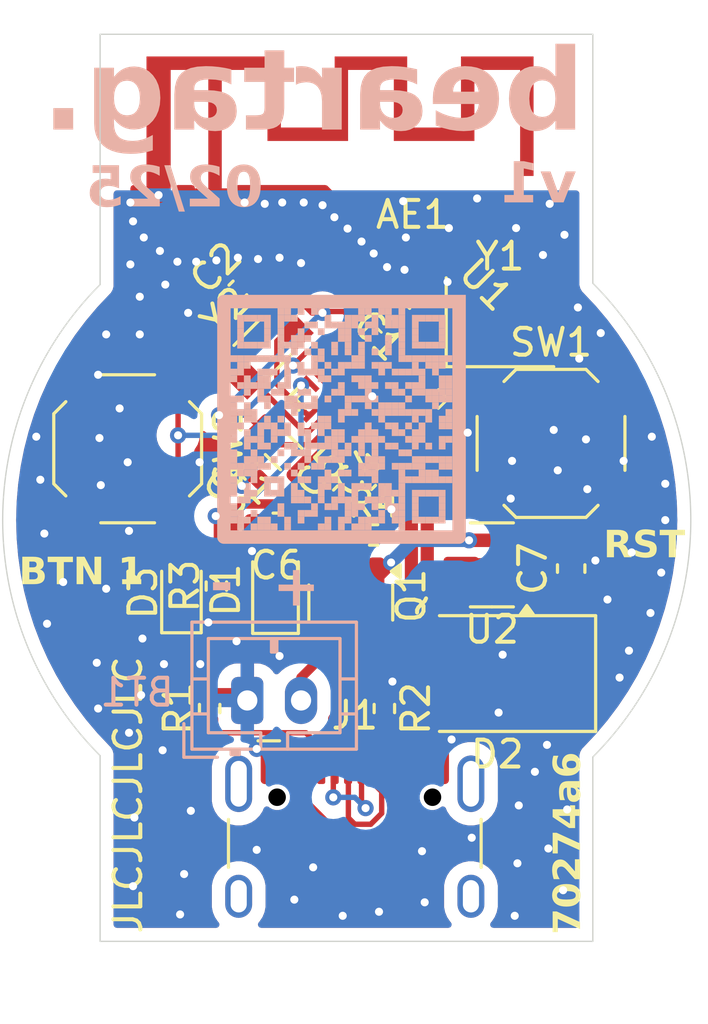
<source format=kicad_pcb>
(kicad_pcb (version 20240108) (generator "pcbnew") (generator_version "8.0")
  (layers (0 "F.Cu" signal) (31 "B.Cu" signal) (34 "B.Paste" user) (35 "F.Paste" user) (36 "B.SilkS" user "B.Silkscreen") (37 "F.SilkS" user "F.Silkscreen") (38 "B.Mask" user) (39 "F.Mask" user) (44 "Edge.Cuts" user))
  (net 0 "")
  (net 1 "ANT")
  (net 2 "GND")
  (net 3 "+BATT")
  (net 4 "Net-(U1-VINTA)")
  (net 5 "VICIA")
  (net 6 "VBUS")
  (net 7 "+5V")
  (net 8 "Net-(D3-A)")
  (net 9 "Net-(J1-CC2)")
  (net 11 "Net-(J1-CC1)")
  (net 12 "D-")
  (net 14 "D+")
  (net 17 "Net-(U1-VSW)")
  (net 18 "LED")
  (net 19 "RST")
  (net 20 "BTN1")
  (net 22 "+3.3V")
  (net 26 "X32KI")
  (net 32 "X32KO")
  (net 33 "X32MO")
  (net 34 "X32MI")
  (footprint "Inductor_SMD:L_0805_2012Metric" (layer "F.Cu") (at 27.15 49.15 135)
    (property "Reference" "L1" (at 0 -1.550001 135) (layer "F.SilkS"))
    (property "Value" "22 uH")
    (pad "1" smd roundrect (at -1.0625 0 135) (size 0.875 1.2) (layers "F.Cu" "F.Paste" "F.Mask") (net 17 "Net-(U1-VSW)"))
    (pad "2" smd roundrect (at 1.0625 0 135) (size 0.875 1.2) (layers "F.Cu" "F.Paste" "F.Mask") (net 5 "VICIA"))
  )
  (footprint "Package_TO_SOT_SMD:SOT-23-3" (layer "F.Cu") (at 34.9 53.3625 180)
    (property "Reference" "U2" (at 0 -2.4 0) (layer "F.SilkS"))
    (property "Value" "XC6206P332MR")
    (pad "1" smd roundrect (at -1.1375 -0.95 180) (size 1.325 0.6) (layers "F.Cu" "F.Paste" "F.Mask") (net 2 "GND"))
    (pad "2" smd roundrect (at -1.1375 0.95 180) (size 1.325 0.6) (layers "F.Cu" "F.Paste" "F.Mask") (net 6 "VBUS"))
    (pad "3" smd roundrect (at 1.1375 0 180) (size 1.325 0.6) (layers "F.Cu" "F.Paste" "F.Mask") (net 7 "+5V"))
  )
  (footprint "Button_Switch_SMD:SW_Push_1P1T_XKB_TS-1187A" (layer "F.Cu") (at 37.1 48.85)
    (property "Reference" "SW1" (at 0 -3.75 0) (layer "F.SilkS"))
    (property "Value" "SW_Push")
    (pad "1" smd rect (at -3 -1.875) (size 1 0.75) (layers "F.Cu" "F.Paste" "F.Mask") (net 19 "RST"))
    (pad "1" smd rect (at 3 -1.875) (size 1 0.75) (layers "F.Cu" "F.Paste" "F.Mask") (net 19 "RST"))
    (pad "2" smd rect (at -3 1.875) (size 1 0.75) (layers "F.Cu" "F.Paste" "F.Mask") (net 2 "GND"))
    (pad "2" smd rect (at 3 1.875) (size 1 0.75) (layers "F.Cu" "F.Paste" "F.Mask") (net 2 "GND"))
  )
  (footprint "lcsc:QFN-28_L4.0-W4.0-P0.40-BL-EP2.7" (layer "F.Cu") (at 30.434315 47.2 -45)
    (property "Reference" "U1" (at 0 -6 135) (layer "F.SilkS"))
    (property "Value" "CH571F")
    (pad "1" smd rect (at -1.200001 2 315) (size 0.2 0.7) (layers "F.Cu" "F.Paste" "F.Mask") (net 32 "X32KO"))
    (pad "2" smd rect (at -0.8 2 315) (size 0.2 0.7) (layers "F.Cu" "F.Paste" "F.Mask") (net 26 "X32KI"))
    (pad "3" smd rect (at -0.4 2 315) (size 0.2 0.7) (layers "F.Cu" "F.Paste" "F.Mask") (net 5 "VICIA"))
    (pad "4" smd rect (at 0 2.000001 315) (size 0.2 0.7) (layers "F.Cu" "F.Paste" "F.Mask") (net 17 "Net-(U1-VSW)"))
    (pad "5" smd rect (at 0.4 2 315) (size 0.2 0.7) (layers "F.Cu" "F.Paste" "F.Mask") (net 22 "+3.3V"))
    (pad "6" smd rect (at 0.8 2 315) (size 0.2 0.7) (layers "F.Cu" "F.Paste" "F.Mask"))
    (pad "7" smd rect (at 1.200001 2 315) (size 0.2 0.7) (layers "F.Cu" "F.Paste" "F.Mask"))
    (pad "8" smd rect (at 2 1.200001 315) (size 0.7 0.2) (layers "F.Cu" "F.Paste" "F.Mask"))
    (pad "9" smd rect (at 2 0.8 315) (size 0.7 0.2) (layers "F.Cu" "F.Paste" "F.Mask"))
    (pad "10" smd rect (at 2 0.4 315) (size 0.7 0.2) (layers "F.Cu" "F.Paste" "F.Mask"))
    (pad "11" smd rect (at 2.000001 0 315) (size 0.7 0.2) (layers "F.Cu" "F.Paste" "F.Mask"))
    (pad "12" smd rect (at 2 -0.4 315) (size 0.7 0.2) (layers "F.Cu" "F.Paste" "F.Mask") (net 14 "D+"))
    (pad "13" smd rect (at 2 -0.8 315) (size 0.7 0.2) (layers "F.Cu" "F.Paste" "F.Mask") (net 12 "D-"))
    (pad "14" smd rect (at 2 -1.200001 315) (size 0.7 0.2) (layers "F.Cu" "F.Paste" "F.Mask"))
    (pad "15" smd rect (at 1.200001 -2 315) (size 0.2 0.7) (layers "F.Cu" "F.Paste" "F.Mask"))
    (pad "16" smd rect (at 0.8 -2 315) (size 0.2 0.7) (layers "F.Cu" "F.Paste" "F.Mask") (net 19 "RST"))
    (pad "17" smd rect (at 0.4 -2 315) (size 0.2 0.7) (layers "F.Cu" "F.Paste" "F.Mask"))
    (pad "18" smd rect (at 0 -2.000001 315) (size 0.2 0.7) (layers "F.Cu" "F.Paste" "F.Mask") (net 33 "X32MO"))
    (pad "19" smd rect (at -0.4 -2 315) (size 0.2 0.7) (layers "F.Cu" "F.Paste" "F.Mask") (net 34 "X32MI"))
    (pad "20" smd rect (at -0.8 -2 315) (size 0.2 0.7) (layers "F.Cu" "F.Paste" "F.Mask") (net 4 "Net-(U1-VINTA)"))
    (pad "21" smd rect (at -1.200001 -2 315) (size 0.2 0.7) (layers "F.Cu" "F.Paste" "F.Mask") (net 1 "ANT"))
    (pad "22" smd rect (at -2 -1.200001 315) (size 0.7 0.2) (layers "F.Cu" "F.Paste" "F.Mask") (net 5 "VICIA"))
    (pad "23" smd rect (at -2 -0.8 315) (size 0.7 0.2) (layers "F.Cu" "F.Paste" "F.Mask"))
    (pad "24" smd rect (at -2 -0.4 315) (size 0.7 0.2) (layers "F.Cu" "F.Paste" "F.Mask"))
    (pad "25" smd rect (at -2.000001 0 315) (size 0.7 0.2) (layers "F.Cu" "F.Paste" "F.Mask") (net 20 "BTN1"))
    (pad "26" smd rect (at -2 0.4 315) (size 0.7 0.2) (layers "F.Cu" "F.Paste" "F.Mask"))
    (pad "27" smd rect (at -2 0.8 315) (size 0.7 0.2) (layers "F.Cu" "F.Paste" "F.Mask"))
    (pad "28" smd rect (at -2 1.200001 315) (size 0.7 0.2) (layers "F.Cu" "F.Paste" "F.Mask") (net 18 "LED"))
    (pad "29" smd rect (at 0 0 315) (size 2.7 2.7) (layers "F.Cu" "F.Paste" "F.Mask") (net 2 "GND"))
  )
  (footprint "Resistor_SMD:R_0402_1005Metric" (layer "F.Cu") (at 24.65 54.15 90)
    (property "Reference" "R3" (at 0 -1.17 90) (layer "F.SilkS"))
    (property "Value" "5K1")
    (pad "1" smd roundrect (at -0.51 0 90) (size 0.54 0.64) (layers "F.Cu" "F.Paste" "F.Mask") (net 8 "Net-(D3-A)"))
    (pad "2" smd roundrect (at 0.51 0 90) (size 0.54 0.64) (layers "F.Cu" "F.Paste" "F.Mask") (net 18 "LED"))
  )
  (footprint "Package_TO_SOT_SMD:SOT-23" (layer "F.Cu") (at 29.65 54.7625 -90)
    (property "Reference" "Q1" (at -0.25 -2.25 90) (layer "F.SilkS"))
    (property "Value" "AO3401A")
    (pad "1" smd roundrect (at -0.9375 -0.95 270) (size 1.475 0.6) (layers "F.Cu" "F.Paste" "F.Mask") (net 6 "VBUS"))
    (pad "2" smd roundrect (at -0.9375 0.95 270) (size 1.475 0.6) (layers "F.Cu" "F.Paste" "F.Mask") (net 22 "+3.3V"))
    (pad "3" smd roundrect (at 0.9375 0 270) (size 1.475 0.6) (layers "F.Cu" "F.Paste" "F.Mask") (net 3 "+BATT"))
  )
  (footprint "Capacitor_SMD:C_0603_1608Metric" (layer "F.Cu") (at 26.9 51.95 180)
    (property "Reference" "C6" (at 0 -1.43 0) (layer "F.SilkS"))
    (property "Value" "10 uF")
    (pad "1" smd roundrect (at -0.775 0 180) (size 0.9 0.95) (layers "F.Cu" "F.Paste" "F.Mask") (net 6 "VBUS"))
    (pad "2" smd roundrect (at 0.775 0 180) (size 0.9 0.95) (layers "F.Cu" "F.Paste" "F.Mask") (net 2 "GND"))
  )
  (footprint "Capacitor_SMD:C_0402_1005Metric" (layer "F.Cu") (at 25.9 49.85 135)
    (property "Reference" "C3" (at 0 -1.16 135) (layer "F.SilkS"))
    (property "Value" "2.2 uF")
    (pad "1" smd roundrect (at -0.48 0 135) (size 0.56 0.62) (layers "F.Cu" "F.Paste" "F.Mask") (net 2 "GND"))
    (pad "2" smd roundrect (at 0.48 0 135) (size 0.56 0.62) (layers "F.Cu" "F.Paste" "F.Mask") (net 5 "VICIA"))
  )
  (footprint "Connector_USB:USB_C_Receptacle_HCTL_HC-TYPE-C-16P-01A" (layer "F.Cu") (at 29.8 64.6)
    (property "Reference" "J1" (at 0 -5.645 0) (layer "F.SilkS"))
    (property "Value" "USB_C_Receptacle_USB2.0_14P")
    (pad "" np_thru_hole circle (at -2.89 -2.605) (size 0.65 0.65) (drill 0.65) (layers "*.Mask"))
    (pad "" np_thru_hole circle (at 2.89 -2.605) (size 0.65 0.65) (drill 0.65) (layers "*.Mask"))
    (pad "A1" smd roundrect (at -3.2 -3.745) (size 0.6 1.3) (layers "F.Cu" "F.Paste" "F.Mask") (net 2 "GND"))
    (pad "A4" smd roundrect (at -2.4 -3.745) (size 0.6 1.3) (layers "F.Cu" "F.Paste" "F.Mask") (net 7 "+5V"))
    (pad "A5" smd roundrect (at -1.25 -3.745) (size 0.3 1.3) (layers "F.Cu" "F.Paste" "F.Mask") (net 11 "Net-(J1-CC1)"))
    (pad "A6" smd roundrect (at -0.25 -3.745) (size 0.3 1.3) (layers "F.Cu" "F.Paste" "F.Mask") (net 14 "D+"))
    (pad "A7" smd roundrect (at 0.25 -3.745) (size 0.3 1.3) (layers "F.Cu" "F.Paste" "F.Mask") (net 12 "D-"))
    (pad "A8" smd roundrect (at 1.25 -3.745) (size 0.3 1.3) (layers "F.Cu" "F.Paste" "F.Mask"))
    (pad "A9" smd roundrect (at 2.4 -3.745) (size 0.6 1.3) (layers "F.Cu" "F.Paste" "F.Mask") (net 7 "+5V"))
    (pad "A12" smd roundrect (at 3.2 -3.745) (size 0.6 1.3) (layers "F.Cu" "F.Paste" "F.Mask") (net 2 "GND"))
    (pad "B1" smd roundrect (at 3.2 -3.745) (size 0.6 1.3) (layers "F.Cu" "F.Paste" "F.Mask") (net 2 "GND"))
    (pad "B4" smd roundrect (at 2.4 -3.745) (size 0.6 1.3) (layers "F.Cu" "F.Paste" "F.Mask") (net 7 "+5V"))
    (pad "B5" smd roundrect (at 1.75 -3.745) (size 0.3 1.3) (layers "F.Cu" "F.Paste" "F.Mask") (net 9 "Net-(J1-CC2)"))
    (pad "B6" smd roundrect (at 0.75 -3.745) (size 0.3 1.3) (layers "F.Cu" "F.Paste" "F.Mask") (net 14 "D+"))
    (pad "B7" smd roundrect (at -0.75 -3.745) (size 0.3 1.3) (layers "F.Cu" "F.Paste" "F.Mask") (net 12 "D-"))
    (pad "B8" smd roundrect (at -1.75 -3.745) (size 0.3 1.3) (layers "F.Cu" "F.Paste" "F.Mask"))
    (pad "B9" smd roundrect (at -2.4 -3.745) (size 0.6 1.3) (layers "F.Cu" "F.Paste" "F.Mask") (net 7 "+5V"))
    (pad "B12" smd roundrect (at -3.2 -3.745) (size 0.6 1.3) (layers "F.Cu" "F.Paste" "F.Mask") (net 2 "GND"))
    (pad "S1" thru_hole oval (at -4.32 -3.105) (size 1 2.1) (drill oval 0.6 1.7) (layers "*.Cu" "*.Mask"))
    (pad "S1" thru_hole oval (at -4.32 1.075) (size 1 1.6) (drill oval 0.6 1.2) (layers "*.Cu" "*.Mask"))
    (pad "S1" thru_hole oval (at 4.32 -3.105) (size 1 2.1) (drill oval 0.6 1.7) (layers "*.Cu" "*.Mask"))
    (pad "S1" thru_hole oval (at 4.32 1.075) (size 1 1.6) (drill oval 0.6 1.2) (layers "*.Cu" "*.Mask"))
  )
  (footprint "Capacitor_SMD:C_0402_1005Metric" (layer "F.Cu") (at 29.339411 50.760589 45)
    (property "Reference" "C5" (at 0 -1.16 45) (layer "F.SilkS"))
    (property "Value" "2.2 uF")
    (pad "1" smd roundrect (at -0.48 0 45) (size 0.56 0.62) (layers "F.Cu" "F.Paste" "F.Mask") (net 2 "GND"))
    (pad "2" smd roundrect (at 0.48 0 45) (size 0.56 0.62) (layers "F.Cu" "F.Paste" "F.Mask") (net 22 "+3.3V"))
  )
  (footprint "Capacitor_SMD:C_0402_1005Metric" (layer "F.Cu") (at 30.75 50.739411 45)
    (property "Reference" "C4" (at 0 -1.16 45) (layer "F.SilkS"))
    (property "Value" "100 nF")
    (pad "1" smd roundrect (at -0.48 0 45) (size 0.56 0.62) (layers "F.Cu" "F.Paste" "F.Mask") (net 2 "GND"))
    (pad "2" smd roundrect (at 0.48 0 45) (size 0.56 0.62) (layers "F.Cu" "F.Paste" "F.Mask") (net 22 "+3.3V"))
  )
  (footprint "Crystal:Crystal_SMD_3215-2Pin_3.2x1.5mm" (layer "F.Cu") (at 26.4 45.35 45)
    (property "Reference" "Y2" (at 0 -2.000001 45) (layer "F.SilkS"))
    (property "Value" "32.768 kHz")
    (pad "1" smd rect (at 1.249999 0 45) (size 1 1.8) (layers "F.Cu" "F.Paste" "F.Mask") (net 32 "X32KO"))
    (pad "2" smd rect (at -1.249999 0 45) (size 1 1.8) (layers "F.Cu" "F.Paste" "F.Mask") (net 26 "X32KI"))
  )
  (footprint "Capacitor_SMD:C_0402_1005Metric" (layer "F.Cu") (at 31.510589 44.010589 135)
    (property "Reference" "C1" (at 0 -1.16 135) (layer "F.SilkS"))
    (property "Value" "1 uF")
    (pad "1" smd roundrect (at -0.48 0 135) (size 0.56 0.62) (layers "F.Cu" "F.Paste" "F.Mask") (net 4 "Net-(U1-VINTA)"))
    (pad "2" smd roundrect (at 0.48 0 135) (size 0.56 0.62) (layers "F.Cu" "F.Paste" "F.Mask") (net 2 "GND"))
  )
  (footprint "Capacitor_SMD:C_0603_1608Metric" (layer "F.Cu") (at 37.85 53.5 90)
    (property "Reference" "C7" (at 0 -1.43 90) (layer "F.SilkS"))
    (property "Value" "10 uF")
    (pad "1" smd roundrect (at -0.775 0 90) (size 0.9 0.95) (layers "F.Cu" "F.Paste" "F.Mask") (net 7 "+5V"))
    (pad "2" smd roundrect (at 0.775 0 90) (size 0.9 0.95) (layers "F.Cu" "F.Paste" "F.Mask") (net 2 "GND"))
  )
  (footprint "RF_Antenna:Texas_SWRA117D_2.4GHz_Right" (layer "F.Cu") (at 24.6 39.625)
    (property "Reference" "AE1" (at 7.35 0.725 0) (layer "F.SilkS"))
    (property "Value" "Antenna_Chip")
    (fp_poly (pts (xy 2.45 -2.51) (xy 4.45 -2.51) (xy 4.45 -5.15) (xy 7.15 -5.15) (xy 7.15 -2.51) (xy 9.15 -2.51) (xy 9.15 -5.15) (xy 11.85 -5.15) (xy 11.85 -0.71) (xy 11.35 -0.71) (xy 11.35 -4.65) (xy 9.65 -4.65) (xy 9.65 -2.01) (xy 6.65 -2.01) (xy 6.65 -4.65) (xy 4.95 -4.65) (xy 4.95 -2.01) (xy 1.95 -2.01) (xy 1.95 -4.65) (xy 0.25 -4.65) (xy 0.25 0.25) (xy -0.25 0.25) (xy -0.25 -4.65) (xy -1.65 -4.65) (xy -1.65 0.25) (xy -2.55 0.25) (xy -2.55 0.006785) (xy -2.247583 0.006785) (xy -2.237742 0.054395) (xy -2.213674 0.096797) (xy -2.175731 0.129581) (xy -2.167819 0.133935) (xy -2.125156 0.146043) (xy -2.076637 0.1453) (xy -2.031122 0.1324) (xy -2.012511 0.121787) (xy -1.978868 0.086553) (xy -1.958309 0.041368) (xy -1.951778 -0.008158) (xy -1.960218 -0.056417) (xy -1.977112 -0.088643) (xy -2.012372 -0.121313) (xy -2.057682 -0.141408) (xy -2.107267 -0.147982) (xy -2.155353 -0.140092) (xy -2.188245 -0.123186) (xy -2.223185 -0.086416) (xy -2.242847 -0.041622) (xy -2.247583 0.006785) (xy -2.55 0.006785) (xy -2.55 -5.15) (xy 2.45 -5.15) (xy 2.45 -2.51)) (fill solid) (layer "F.Cu"))
    (pad "1" connect rect (at 0 0) (size 0.5 0.5) (layers "F.Cu") (net 2 "GND"))
    (pad "2" thru_hole rect (at -2.1 0) (size 0.9 0.5) (drill 0.3) (layers "*.Cu") (net 1 "ANT"))
  )
  (footprint "Crystal:Crystal_SMD_3225-4Pin_3.2x2.5mm" (layer "F.Cu") (at 35.2 44.35)
    (property "Reference" "Y1" (at 0 -2.45 0) (layer "F.SilkS"))
    (property "Value" "32 MHz")
    (pad "1" smd rect (at -1.1 0.85) (size 1.4 1.2) (layers "F.Cu" "F.Paste" "F.Mask") (net 33 "X32MO"))
    (pad "2" smd rect (at 1.1 0.85) (size 1.4 1.2) (layers "F.Cu" "F.Paste" "F.Mask") (net 2 "GND"))
    (pad "3" smd rect (at 1.1 -0.85) (size 1.4 1.2) (layers "F.Cu" "F.Paste" "F.Mask") (net 34 "X32MI"))
    (pad "4" smd rect (at -1.1 -0.85) (size 1.4 1.2) (layers "F.Cu" "F.Paste" "F.Mask") (net 2 "GND"))
  )
  (footprint "Button_Switch_SMD:SW_Push_1P1T_XKB_TS-1187A" (layer "F.Cu") (at 21.35 49.05 -90)
    (property "Reference" "SW2" (at 0 -3.75 90) (layer "F.SilkS"))
    (property "Value" "SW_Push")
    (pad "1" smd rect (at -3 -1.875 270) (size 1 0.75) (layers "F.Cu" "F.Paste" "F.Mask") (net 20 "BTN1"))
    (pad "1" smd rect (at 3 -1.875 270) (size 1 0.75) (layers "F.Cu" "F.Paste" "F.Mask") (net 20 "BTN1"))
    (pad "2" smd rect (at -3 1.875 270) (size 1 0.75) (layers "F.Cu" "F.Paste" "F.Mask") (net 2 "GND"))
    (pad "2" smd rect (at 3 1.875 270) (size 1 0.75) (layers "F.Cu" "F.Paste" "F.Mask") (net 2 "GND"))
  )
  (footprint "Resistor_SMD:R_0402_1005Metric" (layer "F.Cu") (at 30.9 58.7 -90)
    (property "Reference" "R2" (at 0 -1.17 90) (layer "F.SilkS"))
    (property "Value" "5K1")
    (pad "1" smd roundrect (at -0.51 0 270) (size 0.54 0.64) (layers "F.Cu" "F.Paste" "F.Mask") (net 2 "GND"))
    (pad "2" smd roundrect (at 0.51 0 270) (size 0.54 0.64) (layers "F.Cu" "F.Paste" "F.Mask") (net 9 "Net-(J1-CC2)"))
  )
  (footprint "Resistor_SMD:R_0402_1005Metric" (layer "F.Cu") (at 24.4 58.7 90)
    (property "Reference" "R1" (at 0 -1.17 90) (layer "F.SilkS"))
    (property "Value" "5K1")
    (pad "1" smd roundrect (at -0.51 0 90) (size 0.54 0.64) (layers "F.Cu" "F.Paste" "F.Mask") (net 11 "Net-(J1-CC1)"))
    (pad "2" smd roundrect (at 0.51 0 90) (size 0.54 0.64) (layers "F.Cu" "F.Paste" "F.Mask") (net 2 "GND"))
  )
  (footprint "Diode_SMD:D_SOD-323" (layer "F.Cu") (at 26.85 54.3 90)
    (property "Reference" "D1" (at 0 -1.85 90) (layer "F.SilkS"))
    (property "Value" "1N5819WS")
    (pad "1" smd roundrect (at -1.05 0 90) (size 0.6 0.45) (layers "F.Cu" "F.Paste" "F.Mask") (net 22 "+3.3V"))
    (pad "2" smd roundrect (at 1.05 0 90) (size 0.6 0.45) (layers "F.Cu" "F.Paste" "F.Mask") (net 6 "VBUS"))
  )
  (footprint "LED_SMD:LED_0603_1608Metric" (layer "F.Cu") (at 23.35 54.4 90)
    (property "Reference" "D3" (at 0 -1.43 90) (layer "F.SilkS"))
    (property "Value" "LED")
    (pad "1" smd roundrect (at -0.7875 0 90) (size 0.875 0.95) (layers "F.Cu" "F.Paste" "F.Mask") (net 2 "GND"))
    (pad "2" smd roundrect (at 0.7875 0 90) (size 0.875 0.95) (layers "F.Cu" "F.Paste" "F.Mask") (net 8 "Net-(D3-A)"))
  )
  (footprint "Resistor_SMD:R_0402_1005Metric" (layer "F.Cu") (at 30.5 52.25)
    (property "Reference" "R4" (at 0 -1.17 0) (layer "F.SilkS"))
    (property "Value" "100K")
    (pad "1" smd roundrect (at -0.51 0) (size 0.54 0.64) (layers "F.Cu" "F.Paste" "F.Mask") (net 6 "VBUS"))
    (pad "2" smd roundrect (at 0.51 0) (size 0.54 0.64) (layers "F.Cu" "F.Paste" "F.Mask") (net 2 "GND"))
  )
  (footprint "Diode_SMD:D_SMB" (layer "F.Cu") (at 35.1 57.4 180)
    (property "Reference" "D2" (at 0 -3 0) (layer "F.SilkS"))
    (property "Value" "P6SMB6.8CA/TR13")
    (pad "1" smd roundrect (at -2.15 0 180) (size 2.5 2.3) (layers "F.Cu" "F.Paste" "F.Mask") (roundrect_rratio 0.1086956522) (net 2 "GND"))
    (pad "2" smd roundrect (at 2.15 0 180) (size 2.5 2.3) (layers "F.Cu" "F.Paste" "F.Mask") (roundrect_rratio 0.1086956522) (net 7 "+5V"))
  )
  (footprint "Capacitor_SMD:C_0402_1005Metric" (layer "F.Cu") (at 25.45 43.15 45)
    (property "Reference" "C2" (at 0 -1.16 45) (layer "F.SilkS"))
    (property "Value" "1 uF")
    (pad "1" smd roundrect (at -0.48 0 45) (size 0.56 0.62) (layers "F.Cu" "F.Paste" "F.Mask") (net 2 "GND"))
    (pad "2" smd roundrect (at 0.48 0 45) (size 0.56 0.62) (layers "F.Cu" "F.Paste" "F.Mask") (net 5 "VICIA"))
  )
  (footprint "lcsc:qrcode" (layer "B.Cu") (at 29.3 47.95 180)
    (property "Reference" "QR*****" (hide yes))
    (property "Value" "qrcode" (hide yes))
  )
  (footprint "Connector_JST:JST_PH_B2B-PH-K_1x02_P2.00mm_Vertical" (layer "B.Cu") (at 25.8 58.4)
    (property "Reference" "BT1" (at -4.1 -0.3 0) (layer "B.SilkS") (effects (justify mirror)))
    (property "Value" "Battery_Cell")
    (pad "1" thru_hole roundrect (at 0 0) (size 1.2 1.75) (drill 0.75) (layers "*.Cu" "*.Mask") (roundrect_rratio 0.208333) (net 2 "GND"))
    (pad "2" thru_hole oval (at 2 0) (size 1.2 1.75) (drill 0.75) (layers "*.Cu" "*.Mask") (net 3 "+BATT"))
  )
  (gr_line (start 38.654685 33.65) (end 38.654685 42.899432) (stroke (width 0.05)) (layer "Edge.Cuts"))
  (gr_line (start 38.654685 60.500568) (end 38.654685 67.35) (stroke (width 0.05)) (layer "Edge.Cuts"))
  (gr_line (start 20.324369 42.95) (end 20.324369 33.65) (stroke (width 0.05)) (layer "Edge.Cuts"))
  (gr_arc (start 38.654685 42.899432) (mid 42.3 51.7) (end 38.654685 60.500568) (stroke (width 0.05)) (layer "Edge.Cuts"))
  (gr_line (start 20.324369 33.65) (end 38.65 33.65) (stroke (width 0.05)) (layer "Edge.Cuts"))
  (gr_line (start 20.35 67.35) (end 20.324369 67.35) (stroke (width 0.05)) (layer "Edge.Cuts"))
  (gr_line (start 20.324369 67.35) (end 20.324369 60.45) (stroke (width 0.05)) (layer "Edge.Cuts"))
  (gr_line (start 38.654685 67.35) (end 20.35 67.35) (stroke (width 0.05)) (layer "Edge.Cuts"))
  (gr_arc (start 20.324369 60.45) (mid 16.7 51.7) (end 20.324369 42.95) (stroke (width 0.05)) (layer "Edge.Cuts"))
  (gr_text "+  -" (at 28.5 53.3 180) (layer "B.SilkS") (effects (font (size 1.5 1.5) (thickness 0.3) (bold yes)) (justify left bottom)))
  (gr_text "beartag." (at 38.35 37.7 0) (layer "B.SilkS") (effects (font (size 3 3) (thickness 0.3) (bold yes)) (justify left bottom mirror)))
  (gr_text "02/25" (at 26.4 40.3 0) (layer "B.SilkS") (effects (font (size 1.5 1.5) (thickness 0.3) (bold yes)) (justify left bottom mirror)))
  (gr_text "v1" (at 38.05 40.15 0) (layer "B.SilkS") (effects (font (size 1.5 1.5) (thickness 0.3) (bold yes)) (justify left bottom mirror)))
  (gr_text "BTN 1" (at 17.3 54.25 0) (layer "F.SilkS") (effects (font (size 1 1) (thickness 0.15) (bold yes)) (justify left bottom)))
  (gr_text "JLCJLCJLCJLC" (at 21.95 67.15 90) (layer "F.SilkS") (effects (font (size 1 1)) (justify left bottom)))
  (gr_text "70274a6" (at 38.35 67.1 90) (layer "F.SilkS") (effects (font (size 1 1) (thickness 0.15) (bold yes)) (justify left bottom)))
  (gr_text "RST" (at 39.05 53.25 0) (layer "F.SilkS") (effects (font (size 1 1) (thickness 0.15) (bold yes)) (justify left bottom)))
  (segment (start 22.5 40.1) (end 22.5 39.625) (width 0.9) (layer "F.Cu") (net 1))
  (segment (start 30.3 44.25) (end 30.3 43.55) (width 0.2) (layer "F.Cu") (net 1))
  (segment (start 28.2 40.95) (end 30.25 43) (width 0.9) (layer "F.Cu") (net 1))
  (segment (start 31 44.937258) (end 30.662742 44.6) (width 0.2) (layer "F.Cu") (net 1))
  (segment (start 30.662742 44.6) (end 30.65 44.6) (width 0.2) (layer "F.Cu") (net 1))
  (segment (start 23.35 40.95) (end 28.2 40.95) (width 0.9) (layer "F.Cu") (net 1))
  (segment (start 23.35 40.95) (end 22.5 40.1) (width 0.9) (layer "F.Cu") (net 1))
  (segment (start 30.65 44.6) (end 30.3 44.25) (width 0.2) (layer "F.Cu") (net 1))
  (segment (start 26.125 52.7) (end 25.975 52.85) (width 0.2) (layer "F.Cu") (net 2))
  (segment (start 24.05 49.55) (end 24.025 49.55) (width 0.2) (layer "F.Cu") (net 2))
  (segment (start 30.410589 51.500589) (end 31.01 52.1) (width 0.2) (layer "F.Cu") (net 2))
  (segment (start 33 60.25) (end 33.4 59.85) (width 0.2) (layer "F.Cu") (net 2))
  (segment (start 26.6 60.855) (end 26.6 60.65) (width 0.2) (layer "F.Cu") (net 2))
  (segment (start 31.65 42.4) (end 31.65 42.971178) (width 0.2) (layer "F.Cu") (net 2))
  (segment (start 23.35 55.1875) (end 24.0375 55.1875) (width 0.2) (layer "F.Cu") (net 2))
  (segment (start 29.010589 50.939411) (end 29.421178 51.35) (width 0.2) (layer "F.Cu") (net 2))
  (segment (start 29.421178 51.35) (end 30.05 51.35) (width 0.2) (layer "F.Cu") (net 2))
  (segment (start 20.7 54.2) (end 20.6 54.2) (width 0.2) (layer "F.Cu") (net 2))
  (segment (start 34.1 43.5) (end 33.9 43.5) (width 0.2) (layer "F.Cu") (net 2))
  (segment (start 30.48 51.57) (end 30.89 51.57) (width 0.2) (layer "F.Cu") (net 2))
  (segment (start 20 46.05) (end 20.25 46.3) (width 0.2) (layer "F.Cu") (net 2))
  (segment (start 37.85 52.725) (end 38.275 52.725) (width 0.2) (layer "F.Cu") (net 2))
  (segment (start 25.594489 50.426909) (end 25.831987 50.189411) (width 0.2) (layer "F.Cu") (net 2))
  (segment (start 25.59 58.19) (end 25.8 58.4) (width 0.2) (layer "F.Cu") (net 2))
  (segment (start 26.125 51.95) (end 26.125 52.7) (width 0.2) (layer "F.Cu") (net 2))
  (segment (start 30.89 51.57) (end 31.16 51.3) (width 0.2) (layer "F.Cu") (net 2))
  (segment (start 39.6 57.55) (end 39.65 57.55) (width 0.2) (layer "F.Cu") (net 2))
  (segment (start 36.2 45.2) (end 34.5 43.5) (width 0.2) (layer "F.Cu") (net 2))
  (segment (start 31.2 57.69811) (end 30.9 57.99811) (width 0.2) (layer "F.Cu") (net 2))
  (segment (start 30.9 57.99811) (end 30.9 58.19) (width 0.2) (layer "F.Cu") (net 2))
  (segment (start 26.6 60.65) (end 26.15 60.2) (width 0.2) (layer "F.Cu") (net 2))
  (segment (start 30.410589 51.500589) (end 30.48 51.57) (width 0.2) (layer "F.Cu") (net 2))
  (segment (start 24.4 58.19) (end 25.59 58.19) (width 0.2) (layer "F.Cu") (net 2))
  (segment (start 33.9 43.5) (end 33.25 42.85) (width 0.2) (layer "F.Cu") (net 2))
  (segment (start 34.5 43.5) (end 34.1 43.5) (width 0.2) (layer "F.Cu") (net 2))
  (segment (start 36.3 45.2) (end 36.2 45.2) (width 0.2) (layer "F.Cu") (net 2))
  (segment (start 30.434315 47.2) (end 30.434315 47.115685) (width 0.2) (layer "F.Cu") (net 2))
  (segment (start 30.05 51.35) (end 30.410589 50.989411) (width 0.2) (layer "F.Cu") (net 2))
  (segment (start 38.275 52.725) (end 38.75 53.2) (width 0.2) (layer "F.Cu") (net 2))
  (segment (start 33 60.855) (end 33 60.25) (width 0.2) (layer "F.Cu") (net 2))
  (segment (start 37.15 48.35) (end 37.2 48.35) (width 0.2) (layer "F.Cu") (net 2))
  (segment (start 25.831987 50.189411) (end 26.239411 50.189411) (width 0.2) (layer "F.Cu") (net 2))
  (segment (start 24.0375 55.1875) (end 24.35 55.5) (width 0.2) (layer "F.Cu") (net 2))
  (segment (start 20.6 54.2) (end 20.55 54.25) (width 0.2) (layer "F.Cu") (net 2))
  (segment (start 30.434315 47.115685) (end 30.45 47.1) (width 0.2) (layer "F.Cu") (net 2))
  (segment (start 19.475 46.05) (end 20 46.05) (width 0.2) (layer "F.Cu") (net 2))
  (segment (start 30.410589 50.989411) (end 30.410589 51.500589) (width 0.2) (layer "F.Cu") (net 2))
  (segment (start 31.65 42.971178) (end 31.010589 43.610589) (width 0.2) (layer "F.Cu") (net 2))
  (via (at 21.55 65.3) (size 0.6) (drill 0.3) (layers "F.Cu" "B.Cu") (net 2))
  (via (at 29.35 66.4) (size 0.6) (drill 0.3) (layers "F.Cu" "B.Cu") (net 2))
  (via (at 18.95 54) (size 0.6) (drill 0.3) (layers "F.Cu" "B.Cu") (net 2))
  (via (at 23.3 66.35) (size 0.6) (drill 0.3) (layers "F.Cu" "B.Cu") (net 2))
  (via (at 35.15 58.85) (size 0.6) (drill 0.3) (layers "F.Cu" "B.Cu") (net 2))
  (via (at 21.85 58.2) (size 0.6) (drill 0.3) (layers "F.Cu" "B.Cu") (net 2))
  (via (at 23.45 64.85) (size 0.6) (drill 0.3) (layers "F.Cu" "B.Cu") (net 2))
  (via (at 31.65 42.4) (size 0.6) (drill 0.3) (layers "F.Cu" "B.Cu") (net 2))
  (via (at 25.975 52.85) (size 0.6) (drill 0.3) (layers "F.Cu" "B.Cu") (net 2))
  (via (at 36.5 61.05) (size 0.6) (drill 0.3) (layers "F.Cu" "B.Cu") (net 2))
  (via (at 21.05 47.55) (size 0.6) (drill 0.3) (layers "F.Cu" "B.Cu") (net 2))
  (via (at 33.25 42.85) (size 0.6) (drill 0.3) (layers "F.Cu" "B.Cu") (net 2))
  (via (at 24.65 42.05) (size 0.6) (drill 0.3) (layers "F.Cu" "B.Cu") (net 2))
  (via (at 41.35 51.7) (size 0.6) (drill 0.3) (layers "F.Cu" "B.Cu") (net 2))
  (via (at 41.35 50.35) (size 0.6) (drill 0.3) (layers "F.Cu" "B.Cu") (net 2))
  (via (at 21.4 52.1) (size 0.6) (drill 0.3) (layers "F.Cu" "B.Cu") (net 2))
  (via (at 36.95 60.05) (size 0.6) (drill 0.3) (layers "F.Cu" "B.Cu") (net 2))
  (via (at 29.530136 40.869447) (size 0.6) (drill 0.3) (layers "F.Cu" "B.Cu") (net 2))
  (via (at 24.025 49.55) (size 0.6) (drill 0.3) (layers "F.Cu" "B.Cu") (net 2))
  (via (at 29.040655 40.447151) (size 0.6) (drill 0.3) (layers "F.Cu" "B.Cu") (net 2))
  (via (at 30.502553 41.793951) (size 0.6) (drill 0.3) (layers "F.Cu" "B.Cu") (net 2))
  (via (at 21.8 43.4) (size 0.6) (drill 0.3) (layers "F.Cu" "B.Cu") (net 2))
  (via (at 18.35 55.55) (size 0.6) (drill 0.3) (layers "F.Cu" "B.Cu") (net 2))
  (via (at 20.2 57) (size 0.6) (drill 0.3) (layers "F.Cu" "B.Cu") (net 2))
  (via (at 27 41.95) (size 0.6) (drill 0.3) (layers "F.Cu" "B.Cu") (net 2))
  (via (at 26.15 60.2) (size 0.6) (drill 0.3) (layers "F.Cu" "B.Cu") (net 2))
  (via (at 35.65 49.5) (size 0.6) (drill 0.3) (layers "F.Cu" "B.Cu") (net 2))
  (via (at 20.55 54.25) (size 0.6) (drill 0.3) (layers "F.Cu" "B.Cu") (net 2))
  (via (at 41.2 53.65) (size 0.6) (drill 0.3) (layers "F.Cu" "B.Cu") (net 2))
  (via (at 31.7 41.2) (size 0.6) (drill 0.3) (layers "F.Cu" "B.Cu") (net 2))
  (via (at 40.85 48.6) (size 0.6) (drill 0.3) (layers "F.Cu" "B.Cu") (net 2))
  (via (at 37.35 49.85) (size 0.6) (drill 0.3) (layers "F.Cu" "B.Cu") (net 2))
  (via (at 23.7 62.5) (size 0.6) (drill 0.3) (layers "F.Cu" "B.Cu") (net 2))
  (via (at 36.8 41.85) (size 0.6) (drill 0.3) (layers "F.Cu" "B.Cu") (net 2))
  (via (at 28.6 40) (size 0.6) (drill 0.3) (layers "F.Cu" "B.Cu") (net 2))
  (via (at 26.2 42) (size 0.6) (drill 0.3) (layers "F.Cu" "B.Cu") (net 2))
  (via (at 39.65 57.55) (size 0.6) (drill 0.3) (layers "F.Cu" "B.Cu") (net 2))
  (via (at 22.65 60.25) (size 0.6) (drill 0.3) (layers "F.Cu" "B.Cu") (net 2))
  (via (at 23.6 44) (size 0.6) (drill 0.3) (layers "F.Cu" "B.Cu") (net 2))
  (via (at 18.25 52.2) (size 0.6) (drill 0.3) (layers "F.Cu" "B.Cu") (net 2))
  (via (at 35.6 50.9) (size 0.6) (drill 0.3) (layers "F.Cu" "B.Cu") (net 2))
  (via (at 22.7 57.05) (size 0.6) (drill 0.3) (layers "F.Cu" "B.Cu") (net 2))
  (via (at 20.35 50.4) (size 0.6) (drill 0.3) (layers "F.Cu" "B.Cu") (net 2))
  (via (at 23.2 42.1) (size 0.6) (drill 0.3) (layers "F.Cu" "B.Cu") (net 2))
  (via (at 30.05 41.35) (size 0.6) (drill 0.3) (layers "F.Cu" "B.Cu") (net 2))
  (via (at 30.7 66.25) (size 0.6) (drill 0.3) (layers "F.Cu" "B.Cu") (net 2))
  (via (at 27 56.75) (size 0.6) (drill 0.3) (layers "F.Cu" "B.Cu") (net 2))
  (via (at 34 48.45) (size 0.6) (drill 0.3) (layers "F.Cu" "B.Cu") (net 2))
  (via (at 27.8 42.15) (size 0.6) (drill 0.3) (layers "F.Cu" "B.Cu") (net 2))
  (via (at 37.6 41.1) (size 0.6) (drill 0.3) (layers "F.Cu" "B.Cu") (net 2))
  (via (at 22.75 42.95) (size 0.6) (drill 0.3) (layers "F.Cu" "B.Cu") (net 2))
  (via (at 39.2 54.65) (size 0.6) (drill 0.3) (layers "F.Cu" "B.Cu") (net 2))
  (via (at 24.05 57.05) (size 0.6) (drill 0.3) (layers "F.Cu" "B.Cu") (net 2))
  (via (at 35.3 56.7) (size 0.6) (drill 0.3) (layers "F.Cu" "B.Cu") (net 2))
  (via (at 31.6 39.85) (size 0.6) (drill 0.3) (layers "F.Cu" "B.Cu") (net 2))
  (via (at 25.594489 50.426909) (size 0.6) (drill 0.3) (layers "F.Cu" "B.Cu") (net 2))
  (via (at 32.4 65.9) (size 0.6) (drill 0.3) (layers "F.Cu" "B.Cu") (net 2))
  (via (at 20.25 58.7) (size 0.6) (drill 0.3) (layers "F.Cu" "B.Cu") (net 2))
  (via (at 26.45 39.95) (size 0.6) (drill 0.3) (layers "F.Cu" "B.Cu") (net 2))
  (via (at 37 63.9) (size 0.6) (drill 0.3) (layers "F.Cu" "B.Cu") (net 2))
  (via (at 35.8 40.85) (size 0.6) (drill 0.3) (layers "F.Cu" "B.Cu") (net 2))
  (via (at 24.35 55.5) (size 0.6) (drill 0.3) (layers "F.Cu" "B.Cu") (net 2))
  (via (at 38.45 50.55) (size 0.6) (drill 0.3) (layers "F.Cu" "B.Cu") (net 2))
  (via (at 21.8 44.8) (size 0.6) (drill 0.3) (layers "F.Cu" "B.Cu") (net 2))
  (via (at 38.4 48.7) (size 0.6) (drill 0.3) (layers "F.Cu" "B.Cu") (net 2))
  (via (at 33.3 40.85) (size 0.6) (drill 0.3) (layers "F.Cu" "B.Cu") (net 2))
  (via (at 35.75 66.4) (size 0.6) (drill 0.3) (layers "F.Cu" "B.Cu") (net 2))
  (via (at 23.9 42.1) (size 0.6) (drill 0.3) (layers "F.Cu" "B.Cu") (net 2))
  (via (at 39.8 49.5) (size 0.6) (drill 0.3) (layers "F.Cu" "B.Cu") (net 2))
  (via (at 40.1 52.9) (size 0.6) (drill 0.3) (layers "F.Cu" "B.Cu") (net 2))
  (via (at 30.45 47.1) (size 0.6) (drill 0.3) (layers "F.Cu" "B.Cu") (net 2))
  (via (at 21.35 49.55) (size 0.6) (drill 0.3) (layers "F.Cu" "B.Cu") (net 2))
  (via (at 37.55 65.45) (size 0.6) (drill 0.3) (layers "F.Cu" "B.Cu") (net 2))
  (via (at 38.1 43.8) (size 0.6) (drill 0.3) (layers "F.Cu" "B.Cu") (net 2))
  (via (at 27.9 39.9) (size 0.6) (drill 0.3) (layers "F.Cu" "B.Cu") (net 2))
  (via (at 21.4 59.6) (size 0.6) (drill 0.3) (layers "F.Cu" "B.Cu") (net 2))
  (via (at 32.3 64) (size 0.6) (drill 0.3) (layers "F.Cu" "B.Cu") (net 2))
  (via (at 34.15 63.5) (size 0.6) (drill 0.3) (layers "F.Cu" "B.Cu") (net 2))
  (via (at 25.45 41.95) (size 0.6) (drill 0.3) (layers "F.Cu" "B.Cu") (net 2))
  (via (at 38.75 53.2) (size 0.6) (drill 0.3) (layers "F.Cu" "B.Cu") (net 2))
  (via (at 38.15 45.7) (size 0.6) (drill 0.3) (layers "F.Cu" "B.Cu") (net 2))
  (via (at 28.25 64.6) (size 0.6) (drill 0.3) (layers "F.Cu" "B.Cu") (net 2))
  (via (at 21.55 40.6) (size 0.6) (drill 0.3) (layers "F.Cu" "B.Cu") (net 2))
  (via (at 37.05 39.95) (size 0.6) (drill 0.3) (layers "F.Cu" "B.Cu") (net 2))
  (via (at 40 56.55) (size 0.6) (drill 0.3) (layers "F.Cu" "B.Cu") (net 2))
  (via (at 25.4 56.2) (size 0.6) (drill 0.3) (layers "F.Cu" "B.Cu") (net 2))
  (via (at 27.1 39.9) (size 0.6) (drill 0.3) (layers "F.Cu" "B.Cu") (net 2))
  (via (at 20.55 44.8) (size 0.6) (drill 0.3) (layers "F.Cu" "B.Cu") (net 2))
  (via (at 31 42.3) (size 0.6) (drill 0.3) (layers "F.Cu" "B.Cu") (net 2))
  (via (at 31.2 57.69811) (size 0.6) (drill 0.3) (layers "F.Cu" "B.Cu") (net 2))
  (via (at 37.7 62.45) (size 0.6) (drill 0.3) (layers "F.Cu" "B.Cu") (net 2))
  (via (at 35.9 62.3) (size 0.6) (drill 0.3) (layers "F.Cu" "B.Cu") (net 2))
  (via (at 21.45 42.2) (size 0.6) (drill 0.3) (layers "F.Cu" "B.Cu") (net 2))
  (via (at 25.7 39.9) (size 0.6) (drill 0.3) (layers "F.Cu" "B.Cu") (net 2))
  (via (at 38.95 44.75) (size 0.6) (drill 0.3) (layers "F.Cu" "B.Cu") (net 2))
  (via (at 21.95 41.2) (size 0.6) (drill 0.3) (layers "F.Cu" "B.Cu") (net 2))
  (via (at 35.85 64.45) (size 0.6) (drill 0.3) (layers "F.Cu" "B.Cu") (net 2))
  (via (at 18.1 50.2) (size 0.6) (drill 0.3) (layers "F.Cu" "B.Cu") (net 2))
  (via (at 21.45 39.9) (size 0.6) (drill 0.3) (layers "F.Cu" "B.Cu") (net 2))
  (via (at 21.9 56.1) (size 0.6) (drill 0.3) (layers "F.Cu" "B.Cu") (net 2))
  (via (at 34.35 39.75) (size 0.6) (drill 0.3) (layers "F.Cu" "B.Cu") (net 2))
  (via (at 37.2 48.35) (size 0.6) (drill 0.3) (layers "F.Cu" "B.Cu") (net 2))
  (via (at 20.3 48.65) (size 0.6) (drill 0.3) (layers "F.Cu" "B.Cu") (net 2))
  (via (at 20.25 46.3) (size 0.6) (drill 0.3) (layers "F.Cu" "B.Cu") (net 2))
  (via (at 26.15 63.95) (size 0.6) (drill 0.3) (layers "F.Cu" "B.Cu") (net 2))
  (via (at 17.95 48.6) (size 0.6) (drill 0.3) (layers "F.Cu" "B.Cu") (net 2))
  (via (at 31.16 51.3) (size 0.6) (drill 0.3) (layers "F.Cu" "B.Cu") (net 2))
  (via (at 27.55 65.8) (size 0.6) (drill 0.3) (layers "F.Cu" "B.Cu") (net 2))
  (via (at 33.4 59.85) (size 0.6) (drill 0.3) (layers "F.Cu" "B.Cu") (net 2))
  (via (at 22.55 41.7) (size 0.6) (drill 0.3) (layers "F.Cu" "B.Cu") (net 2))
  (via (at 40.8 55.15) (size 0.6) (drill 0.3) (layers "F.Cu" "B.Cu") (net 2))
  (via (at 21.6 62.75) (size 0.6) (drill 0.3) (layers "F.Cu" "B.Cu") (net 2))
  (segment (start 27.8 58.4) (end 27.8 57.55) (width 0.35) (layer "F.Cu") (net 3))
  (segment (start 27.8 57.55) (end 29.65 55.7) (width 0.35) (layer "F.Cu") (net 3))
  (segment (start 31.282843 45.220101) (end 31.85 44.652944) (width 0.2) (layer "F.Cu") (net 4))
  (segment (start 31.85 44.652944) (end 31.85 44.35) (width 0.2) (layer "F.Cu") (net 4))
  (segment (start 29.65 44.2) (end 29.65 44.718628) (width 0.2) (layer "F.Cu") (net 5))
  (segment (start 29.4 43.95) (end 29.65 44.2) (width 0.2) (layer "F.Cu") (net 5))
  (segment (start 24.75 47.8) (end 25.8 47.8) (width 0.2) (layer "F.Cu") (net 5))
  (segment (start 27.010589 42.810589) (end 28.201166 44.001166) (width 0.2) (layer "F.Cu") (net 5))
  (segment (start 28.16863 48.9) (end 28.737259 48.331371) (width 0.2) (layer "F.Cu") (net 5))
  (segment (start 28.65 43.95) (end 29.4 43.95) (width 0.2) (layer "F.Cu") (net 5))
  (segment (start 25.789411 42.810589) (end 27.010589 42.810589) (width 0.2) (layer "F.Cu") (net 5))
  (segment (start 26.398699 48.398699) (end 26.9 48.9) (width 0.2) (layer "F.Cu") (net 5))
  (segment (start 25.560589 49.510589) (end 25.560589 49.236809) (width 0.2) (layer "F.Cu") (net 5))
  (segment (start 29.65 44.718628) (end 29.86863 44.937258) (width 0.2) (layer "F.Cu") (net 5))
  (segment (start 26.9 48.9) (end 28.16863 48.9) (width 0.2) (layer "F.Cu") (net 5))
  (segment (start 25.560589 49.236809) (end 26.398699 48.398699) (width 0.2) (layer "F.Cu") (net 5))
  (segment (start 28.598834 44.001166) (end 28.65 43.95) (width 0.2) (layer "F.Cu") (net 5))
  (segment (start 25.8 47.8) (end 26.398699 48.398699) (width 0.2) (layer "F.Cu") (net 5))
  (segment (start 28.201166 44.001166) (end 28.598834 44.001166) (width 0.2) (layer "F.Cu") (net 5))
  (via (at 24.75 47.8) (size 0.6) (drill 0.3) (layers "F.Cu" "B.Cu") (net 5))
  (via (at 28.598834 44.001166) (size 0.6) (drill 0.3) (layers "F.Cu" "B.Cu") (net 5))
  (segment (start 28.598834 44.001166) (end 28.548834 44.001166) (width 0.2) (layer "B.Cu") (net 5))
  (segment (start 28.548834 44.001166) (end 24.75 47.8) (width 0.2) (layer "B.Cu") (net 5))
  (segment (start 36 52.45) (end 36.0375 52.4125) (width 0.5) (layer "F.Cu") (net 6))
  (segment (start 29.99 53.215) (end 30.6 53.825) (width 0.5) (layer "F.Cu") (net 6))
  (segment (start 34.05 52.45) (end 36 52.45) (width 0.5) (layer "F.Cu") (net 6))
  (segment (start 29.99 52.75) (end 29.99 53.215) (width 0.5) (layer "F.Cu") (net 6))
  (segment (start 26.85 53.25) (end 26.85 52.775) (width 0.5) (layer "F.Cu") (net 6))
  (segment (start 29.99 52.1) (end 29.99 52.75) (width 0.5) (layer "F.Cu") (net 6))
  (segment (start 29.84 51.95) (end 29.99 52.1) (width 0.5) (layer "F.Cu") (net 6))
  (segment (start 26.85 52.775) (end 27.675 51.95) (width 0.5) (layer "F.Cu") (net 6))
  (segment (start 31.15 53.275) (end 30.6 53.825) (width 0.5) (layer "F.Cu") (net 6))
  (segment (start 27.675 51.95) (end 29.84 51.95) (width 0.5) (layer "F.Cu") (net 6))
  (via (at 31.15 53.275) (size 0.6) (drill 0.3) (layers "F.Cu" "B.Cu") (net 6))
  (via (at 34.05 52.45) (size 0.6) (drill 0.3) (layers "F.Cu" "B.Cu") (net 6))
  (segment (start 31.15 53.275) (end 31.975 52.45) (width 0.5) (layer "B.Cu") (net 6))
  (segment (start 31.975 52.45) (end 34.05 52.45) (width 0.5) (layer "B.Cu") (net 6))
  (segment (start 27.4 61.5) (end 27.85 61.95) (width 0.2) (layer "F.Cu") (net 7))
  (segment (start 32.2 58.15) (end 32.2 60.855) (width 0.5) (layer "F.Cu") (net 7))
  (segment (start 27.85 61.95) (end 27.85 62.2) (width 0.2) (layer "F.Cu") (net 7))
  (segment (start 27.4 60.855) (end 27.4 61.5) (width 0.2) (layer "F.Cu") (net 7))
  (segment (start 29.2 63.55) (end 30.65 63.55) (width 0.5) (layer "F.Cu") (net 7))
  (segment (start 33.7625 56.5875) (end 33.7625 53.3625) (width 0.5) (layer "F.Cu") (net 7))
  (segment (start 32.2 61.55) (end 31.9 61.85) (width 0.2) (layer "F.Cu") (net 7))
  (segment (start 32.95 57.4) (end 32.2 58.15) (width 0.5) (layer "F.Cu") (net 7))
  (segment (start 31.9 62.3) (end 31.9 62.05) (width 0.5) (layer "F.Cu") (net 7))
  (segment (start 36.9375 53.3625) (end 37.85 54.275) (width 0.5) (layer "F.Cu") (net 7))
  (segment (start 33.7625 53.3625) (end 36.9375 53.3625) (width 0.5) (layer "F.Cu") (net 7))
  (segment (start 30.65 63.55) (end 31.9 62.3) (width 0.5) (layer "F.Cu") (net 7))
  (segment (start 32.2 60.855) (end 32.2 61.55) (width 0.2) (layer "F.Cu") (net 7))
  (segment (start 32.95 57.4) (end 33.7625 56.5875) (width 0.5) (layer "F.Cu") (net 7))
  (segment (start 27.85 62.2) (end 29.2 63.55) (width 0.5) (layer "F.Cu") (net 7))
  (segment (start 23.6025 53.6125) (end 24.65 54.66) (width 0.2) (layer "F.Cu") (net 8))
  (segment (start 23.35 53.6125) (end 23.6025 53.6125) (width 0.2) (layer "F.Cu") (net 8))
  (segment (start 31.55 59.86) (end 30.9 59.21) (width 0.2) (layer "F.Cu") (net 9))
  (segment (start 31.55 60.855) (end 31.55 59.86) (width 0.2) (layer "F.Cu") (net 9))
  (segment (start 24.79 59.6) (end 27.97741 59.6) (width 0.2) (layer "F.Cu") (net 11))
  (segment (start 28.55 60.17259) (end 28.55 60.855) (width 0.2) (layer "F.Cu") (net 11))
  (segment (start 24.4 59.21) (end 24.79 59.6) (width 0.2) (layer "F.Cu") (net 11))
  (segment (start 27.97741 59.6) (end 28.55 60.17259) (width 0.2) (layer "F.Cu") (net 11))
  (segment (start 31.195 55.782292) (end 32.495 54.482292) (width 0.49) (layer "F.Cu") (net 12))
  (segment (start 30.05 59.75) (end 30.095 59.705) (width 0.49) (layer "F.Cu") (net 12))
  (segment (start 30.095 57.749522) (end 31.195 56.649522) (width 0.49) (layer "F.Cu") (net 12))
  (segment (start 33.027376 50.089818) (end 33.027376 49.457277) (width 0.49) (layer "F.Cu") (net 12))
  (segment (start 32.495 54.482292) (end 32.495 50.622194) (width 0.49) (layer "F.Cu") (net 12))
  (segment (start 30.05 62.25) (end 30.05 60.855) (width 0.2) (layer "F.Cu") (net 12))
  (segment (start 30.05 60.855) (end 30.05 59.75) (width 0.2) (layer "F.Cu") (net 12))
  (segment (start 29 62) (end 29 60.905) (width 0.2) (layer "F.Cu") (net 12))
  (segment (start 31.195 56.649522) (end 31.195 55.782292) (width 0.49) (layer "F.Cu") (net 12))
  (segment (start 33.027376 49.457277) (end 33.027376 48.66169) (width 0.2) (layer "F.Cu") (net 12))
  (segment (start 33.027376 48.66169) (end 32.414214 48.048528) (width 0.2) (layer "F.Cu") (net 12))
  (segment (start 30.095 59.705) (end 30.095 57.749522) (width 0.49) (layer "F.Cu") (net 12))
  (segment (start 29 60.905) (end 29.05 60.855) (width 0.2) (layer "F.Cu") (net 12))
  (segment (start 30.2 62.4) (end 30.05 62.25) (width 0.2) (layer "F.Cu") (net 12))
  (segment (start 32.495 50.622194) (end 33.027376 50.089818) (width 0.49) (layer "F.Cu") (net 12))
  (via (at 29 62) (size 0.6) (drill 0.3) (layers "F.Cu" "B.Cu") (net 12))
  (via (at 30.2 62.4) (size 0.6) (drill 0.3) (layers "F.Cu" "B.Cu") (net 12))
  (segment (start 29.8 62) (end 29 62) (width 0.2) (layer "B.Cu") (net 12))
  (segment (start 30.2 62.4) (end 29.8 62) (width 0.2) (layer "B.Cu") (net 12))
  (segment (start 31.905 50.377806) (end 32.437376 49.84543) (width 0.49) (layer "F.Cu") (net 14))
  (segment (start 29.55 60.855) (end 29.55 60.25) (width 0.2) (layer "F.Cu") (net 14))
  (segment (start 29.56 62.76) (end 29.8 63) (width 0.2) (layer "F.Cu") (net 14))
  (segment (start 32.131371 48.331371) (end 32.5 48.7) (width 0.2) (layer "F.Cu") (net 14))
  (segment (start 30.39196 63) (end 30.8 62.59196) (width 0.2) (layer "F.Cu") (net 14))
  (segment (start 30.605 55.537904) (end 31.905 54.237904) (width 0.49) (layer "F.Cu") (net 14))
  (segment (start 32.437376 49.84543) (end 32.437376 49.457277) (width 0.49) (layer "F.Cu") (net 14))
  (segment (start 30.55 61.53741) (end 30.55 60.855) (width 0.2) (layer "F.Cu") (net 14))
  (segment (start 29.505 58.645) (end 29.505 57.505134) (width 0.49) (layer "F.Cu") (net 14))
  (segment (start 30.8 61.78741) (end 30.55 61.53741) (width 0.2) (layer "F.Cu") (net 14))
  (segment (start 29.505 57.505134) (end 30.605 56.405134) (width 0.49) (layer "F.Cu") (net 14))
  (segment (start 30.8 62.59196) (end 30.8 61.78741) (width 0.2) (layer "F.Cu") (net 14))
  (segment (start 29.55 60.855) (end 29.56 60.865) (width 0.2) (layer "F.Cu") (net 14))
  (segment (start 29.05 59.1) (end 29.505 58.645) (width 0.49) (layer "F.Cu") (net 14))
  (segment (start 30.605 56.405134) (end 30.605 55.537904) (width 0.49) (layer "F.Cu") (net 14))
  (segment (start 32.5 49.394653) (end 32.437376 49.457277) (width 0.2) (layer "F.Cu") (net 14))
  (segment (start 32.5 48.7) (end 32.5 49.394653) (width 0.2) (layer "F.Cu") (net 14))
  (segment (start 29.2 59.4) (end 29.05 59.25) (width 0.49) (layer "F.Cu") (net 14))
  (segment (start 29.55 60.25) (end 29.2 59.9) (width 0.2) (layer "F.Cu") (net 14))
  (segment (start 29.8 63) (end 30.39196 63) (width 0.2) (layer "F.Cu") (net 14))
  (segment (start 29.05 59.25) (end 29.05 59.1) (width 0.49) (layer "F.Cu") (net 14))
  (segment (start 29.2 59.9) (end 29.2 59.4) (width 0.2) (layer "F.Cu") (net 14))
  (segment (start 29.56 60.865) (end 29.56 62.76) (width 0.2) (layer "F.Cu") (net 14))
  (segment (start 31.905 54.237904) (end 31.905 50.377806) (width 0.49) (layer "F.Cu") (net 14))
  (segment (start 27.901301 49.901301) (end 27.901301 49.733014) (width 0.2) (layer "F.Cu") (net 17))
  (segment (start 27.901301 49.733014) (end 29.020101 48.614214) (width 0.2) (layer "F.Cu") (net 17))
  (segment (start 27.865686 46.634315) (end 28.171573 46.634315) (width 0.2) (layer "F.Cu") (net 18))
  (segment (start 24.65 53.64) (end 24.65 51.575) (width 0.2) (layer "F.Cu") (net 18))
  (segment (start 27.800001 46.7) (end 27.865686 46.634315) (width 0.2) (layer "F.Cu") (net 18))
  (segment (start 24.65 51.575) (end 24.625 51.55) (width 0.2) (layer "F.Cu") (net 18))
  (via (at 24.625 51.55) (size 0.6) (drill 0.3) (layers "F.Cu" "B.Cu") (net 18))
  (via (at 27.800001 46.7) (size 0.6) (drill 0.3) (layers "F.Cu" "B.Cu") (net 18))
  (segment (start 27.800001 46.7) (end 27.800001 49.069926) (width 0.2) (layer "B.Cu") (net 18))
  (segment (start 25.319927 51.55) (end 24.625 51.55) (width 0.2) (layer "B.Cu") (net 18))
  (segment (start 27.800001 49.069926) (end 25.319927 51.55) (width 0.2) (layer "B.Cu") (net 18))
  (segment (start 34.1 46.975) (end 34.675 47.55) (width 0.2) (layer "F.Cu") (net 19))
  (segment (start 34.675 47.55) (end 39.525 47.55) (width 0.2) (layer "F.Cu") (net 19))
  (segment (start 39.525 47.55) (end 40.1 46.975) (width 0.2) (layer "F.Cu") (net 19))
  (segment (start 32.414214 46.351472) (end 32.749569 46.016117) (width 0.2) (layer "F.Cu") (net 19))
  (segment (start 32.749569 46.016117) (end 33.141117 46.016117) (width 0.2) (layer "F.Cu") (net 19))
  (segment (start 33.141117 46.016117) (end 34.1 46.975) (width 0.2) (layer "F.Cu") (net 19))
  (segment (start 28.684747 45.450431) (end 28.007949 45.450431) (width 0.2) (layer "F.Cu") (net 20))
  (segment (start 28.007949 45.450431) (end 27.5 45.95838) (width 0.2) (layer "F.Cu") (net 20))
  (segment (start 23.225 46.05) (end 23.225 48.55) (width 0.2) (layer "F.Cu") (net 20))
  (segment (start 29.020101 45.785786) (end 28.684747 45.450431) (width 0.2) (layer "F.Cu") (net 20))
  (segment (start 23.225 48.55) (end 23.225 52.05) (width 0.2) (layer "F.Cu") (net 20))
  (via (at 23.225 48.55) (size 0.6) (drill 0.3) (layers "F.Cu" "B.Cu") (net 20))
  (via (at 27.5 45.95838) (size 0.6) (drill 0.3) (layers "F.Cu" "B.Cu") (net 20))
  (segment (start 27.388243 46.014099) (end 24.852342 48.55) (width 0.2) (layer "B.Cu") (net 20))
  (segment (start 24.852342 48.55) (end 23.225 48.55) (width 0.2) (layer "B.Cu") (net 20))
  (segment (start 29.08304 49.86696) (end 28.95 49.73392) (width 0.35) (layer "F.Cu") (net 22))
  (segment (start 29.539411 50.323331) (end 30.873331 50.323331) (width 0.35) (layer "F.Cu") (net 22))
  (segment (start 27.881264 51.1) (end 25.645238 51.1) (width 0.35) (layer "F.Cu") (net 22))
  (segment (start 25.645238 51.1) (end 25.3 51.445238) (width 0.35) (layer "F.Cu") (net 22))
  (segment (start 27.175 55.35) (end 28.7 53.825) (width 0.35) (layer "F.Cu") (net 22))
  (segment (start 26.85 54.7) (end 26.85 55.35) (width 0.35) (layer "F.Cu") (net 22))
  (segment (start 29.15804 49.94196) (end 29.08304 49.86696) (width 0.35) (layer "F.Cu") (net 22))
  (segment (start 30.873331 50.323331) (end 30.95 50.4) (width 0.35) (layer "F.Cu") (net 22))
  (segment (start 25.3 53.15) (end 26.85 54.7) (width 0.35) (layer "F.Cu") (net 22))
  (segment (start 28.95 49.25) (end 28.95 49.73392) (width 0.2) (layer "F.Cu") (net 22))
  (segment (start 29.302944 48.897056) (end 28.95 49.25) (width 0.2) (layer "F.Cu") (net 22))
  (segment (start 25.3 51.445238) (end 25.3 53.15) (width 0.35) (layer "F.Cu") (net 22))
  (segment (start 29.539411 50.323331) (end 29.15804 49.94196) (width 0.35) (layer "F.Cu") (net 22))
  (segment (start 26.85 55.35) (end 27.175 55.35) (width 0.35) (layer "F.Cu") (net 22))
  (segment (start 29.08304 49.898224) (end 27.881264 51.1) (width 0.35) (layer "F.Cu") (net 22))
  (segment (start 29.08304 49.86696) (end 29.08304 49.898224) (width 0.35) (layer "F.Cu") (net 22))
  (segment (start 28.119061 48.383883) (end 27.870531 48.383883) (width 0.2) (layer "F.Cu") (net 26))
  (segment (start 28.454416 48.048528) (end 28.119061 48.383883) (width 0.2) (layer "F.Cu") (net 26))
  (segment (start 27.870531 48.383883) (end 25.920531 46.433883) (width 0.2) (layer "F.Cu") (net 26))
  (segment (start 25.920531 46.433883) (end 25.516117 46.433883) (width 0.2) (layer "F.Cu") (net 26))
  (segment (start 26.9 46.648529) (end 26.9 45.05) (width 0.2) (layer "F.Cu") (net 32))
  (segment (start 28.017156 47.765685) (end 26.9 46.648529) (width 0.2) (layer "F.Cu") (net 32))
  (segment (start 28.171573 47.765685) (end 28.017156 47.765685) (width 0.2) (layer "F.Cu") (net 32))
  (segment (start 26.9 45.05) (end 27.283883 44.666117) (width 0.2) (layer "F.Cu") (net 32))
  (segment (start 32.434315 45.2) (end 34.1 45.2) (width 0.2) (layer "F.Cu") (net 33))
  (segment (start 31.848529 45.785786) (end 32.434315 45.2) (width 0.2) (layer "F.Cu") (net 33))
  (segment (start 32.6 44.46863) (end 32.6 42.65) (width 0.2) (layer "F.Cu") (net 34))
  (segment (start 32.6 42.65) (end 33.05 42.2) (width 0.2) (layer "F.Cu") (net 34))
  (segment (start 33.05 42.2) (end 35 42.2) (width 0.2) (layer "F.Cu") (net 34))
  (segment (start 35 42.2) (end 36.3 43.5) (width 0.2) (layer "F.Cu") (net 34))
  (segment (start 31.565686 45.502944) (end 32.6 44.46863) (width 0.2) (layer "F.Cu") (net 34))
  (zone (net 14) (net_name "D+") (layer "F.Cu") (priority 17540) (connect_pads yes (clearance 0)) (min_thickness 0.0254) (fill yes (thermal_gap 0.5) (thermal_bridge_width 0.5))
    (polygon (pts (xy 32.682376 49.458277) (xy 32.680069 49.391399) (xy 32.673808 49.336689) (xy 32.664582 49.291107) (xy 32.653379 49.251609) (xy 32.641188 49.215153) (xy 32.628996 49.178696) (xy 32.617793 49.139198) (xy 32.608567 49.093616) (xy 32.602306 49.038906) (xy 32.6 48.972029) (xy 32.6 48.957029) (xy 32.5 48.922029) (xy 32.4 48.957029) (xy 32.4 48.972029) (xy 32.394186 49.042745) (xy 32.378407 49.098734) (xy 32.355153 49.143677) (xy 32.326916 49.181256) (xy 32.296188 49.215153) (xy 32.265459 49.249049) (xy 32.237222 49.286628) (xy 32.213968 49.331571) (xy 32.198189 49.38756) (xy 32.192376 49.458277) (xy 32.192376 49.703277) (xy 32.437376 49.739027) (xy 32.682376 49.703277)))
  )
  (zone (net 1) (net_name "ANT") (layer "F.Cu") (priority 17540) (connect_pads yes (clearance 0)) (min_thickness 0.0254) (fill yes (thermal_gap 0.5) (thermal_bridge_width 0.5))
    (polygon (pts (xy 29.931095 43.31749) (xy 30.028316 43.421333) (xy 30.100797 43.514025) (xy 30.151953 43.5995) (xy 30.185202 43.681692) (xy 30.203961 43.764536) (xy 30.211647 43.851967) (xy 30.211677 43.947919) (xy 30.207467 44.056326) (xy 30.202436 44.181125) (xy 30.2 44.326249) (xy 30.2 44.341249) (xy 30.3 44.376249) (xy 30.37071 44.270539) (xy 30.37071 44.255539) (xy 30.255049 44.090284) (xy 30.229614 43.930236) (xy 30.271849 43.774094) (xy 30.359197 43.620555) (xy 30.469102 43.468319) (xy 30.579006 43.316082) (xy 30.666353 43.162543) (xy 30.708587 43.0064) (xy 30.683152 42.846351) (xy 30.56749 42.681095) (xy 30.249292 42.362897) (xy 29.884073 42.634073) (xy 29.612897 42.999292)))
  )
  (zone (net 12) (net_name "D-") (layer "F.Cu") (priority 17540) (connect_pads yes (clearance 0)) (min_thickness 0.0254) (fill yes (thermal_gap 0.5) (thermal_bridge_width 0.5))
    (polygon (pts (xy 33.272376 49.458277) (xy 33.268316 49.398058) (xy 33.257296 49.349743) (xy 33.241055 49.310357) (xy 33.221336 49.276923) (xy 33.199876 49.246465) (xy 33.178416 49.216006) (xy 33.158696 49.182572) (xy 33.142456 49.143186) (xy 33.131436 49.094871) (xy 33.127376 49.034653) (xy 33.127376 49.019653) (xy 33.027376 48.984653) (xy 32.927376 49.019653) (xy 32.927376 49.034653) (xy 32.923316 49.094871) (xy 32.912296 49.143186) (xy 32.896055 49.182572) (xy 32.876336 49.216006) (xy 32.854876 49.246465) (xy 32.833416 49.276923) (xy 32.813696 49.310357) (xy 32.797456 49.349743) (xy 32.786436 49.398058) (xy 32.782376 49.458277) (xy 32.782376 49.703277) (xy 33.027376 49.739027) (xy 33.272376 49.703277)))
  )
  (zone (net 7) (net_name "+5V") (layer "F.Cu") (priority 17540) (connect_pads yes (clearance 0)) (min_thickness 0.0254) (fill yes (thermal_gap 0.5) (thermal_bridge_width 0.5))
    (polygon (pts (xy 28.027483 62.023931) (xy 27.9694 61.964788) (xy 27.922591 61.915101) (xy 27.884239 61.872507) (xy 27.851523 61.834641) (xy 27.821626 61.79914) (xy 27.791729 61.763638) (xy 27.759013 61.725773) (xy 27.720661 61.683179) (xy 27.673853 61.633493) (xy 27.615771 61.574351) (xy 27.605165 61.563745) (xy 27.509706 61.609706) (xy 27.463745 61.705165) (xy 27.474351 61.715771) (xy 27.53272 61.78708) (xy 27.565482 61.854963) (xy 27.579037 61.920278) (xy 27.57979 61.98388) (xy 27.57414 62.046626) (xy 27.56849 62.109371) (xy 27.569242 62.172974) (xy 27.582798 62.238289) (xy 27.61556 62.306173) (xy 27.673931 62.377483) (xy 27.850707 62.554259) (xy 28.053293 62.403293) (xy 28.204259 62.200707)))
  )
  (zone (net 2) (net_name "GND") (layer "F.Cu") (priority 1) (connect_pads (clearance 0.2)) (min_thickness 0.25) (fill yes (thermal_gap 0.5) (thermal_bridge_width 0.5))
    (polygon (pts (xy 21.45 39.25) (xy 21.45 42.55) (xy 21.6 42.7) (xy 28.8 42.7) (xy 29.8 43.7) (xy 31.2 43.7) (xy 31.65 43.25) (xy 31.65 42.15) (xy 28.75 39.25)))
  )
  (zone (net 7) (net_name "+5V") (layer "F.Cu") (priority 17540) (connect_pads yes (clearance 0)) (min_thickness 0.0254) (fill yes (thermal_gap 0.5) (thermal_bridge_width 0.5))
    (polygon (pts (xy 32.135997 61.472583) (xy 32.08051 61.52773) (xy 32.034496 61.572822) (xy 31.995587 61.610372) (xy 31.961414 61.642895) (xy 31.92961 61.672903) (xy 31.897805 61.702912) (xy 31.863633 61.735435) (xy 31.824724 61.772985) (xy 31.77871 61.818077) (xy 31.723224 61.873224) (xy 31.723224 61.910724) (xy 31.9 62.175) (xy 32.15 62.0875) (xy 32.15 62.05) (xy 32.149231 61.986938) (xy 32.147834 61.93286) (xy 32.147169 61.886018) (xy 32.148599 61.844666) (xy 32.153485 61.807056) (xy 32.163188 61.771441) (xy 32.179072 61.736076) (xy 32.202496 61.699212) (xy 32.234824 61.659103) (xy 32.277417 61.614003) (xy 32.348127 61.543293) (xy 32.286256 61.463744) (xy 32.206707 61.401873)))
  )
  (zone (net 2) (net_name "GND") (layers "F&B.Cu") (connect_pads (clearance 0.5)) (min_thickness 0.25) (fill yes (thermal_gap 0.5) (thermal_bridge_width 0.5))
    (polygon (pts (xy 17.75 68.1) (xy 17.8 68.15) (xy 42.6 68.15) (xy 42.9 67.85) (xy 42.95 39.45) (xy 16.6 39.45)))
  )
)
</source>
